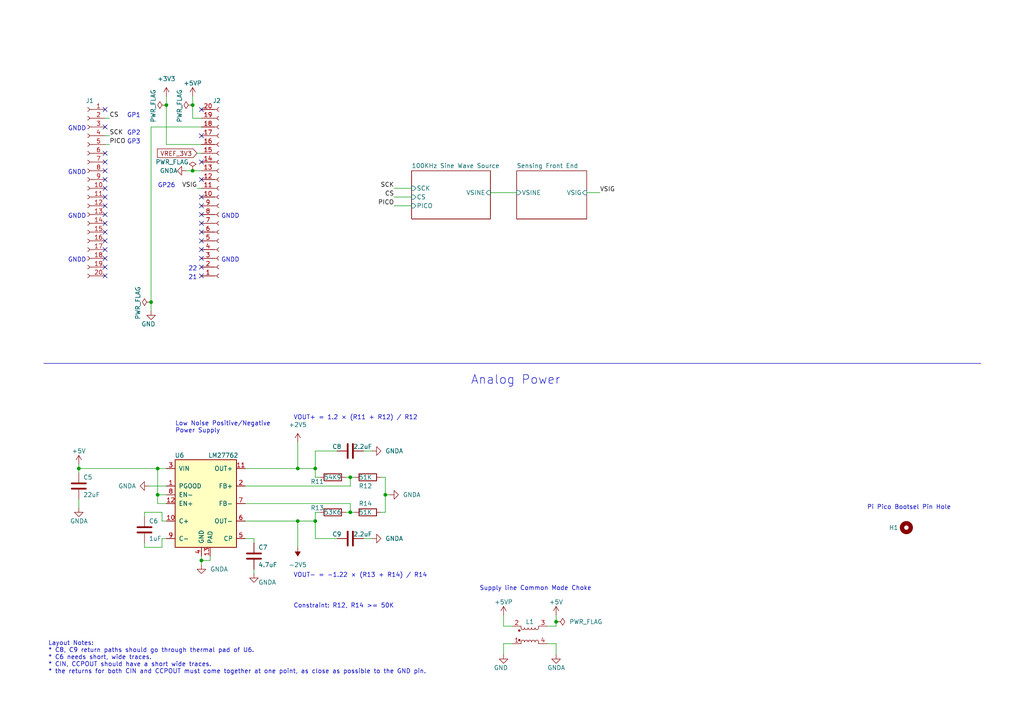
<source format=kicad_sch>
(kicad_sch (version 20230121) (generator eeschema)
  (paper "A4")
  (lib_symbols
    (symbol "Connector:Conn_01x20_Female" (pin_names (offset 1.016) hide)
      (property "Reference" "J" (at 0 25.4 0))
      (property "Value" "Conn_01x20_Female" (at 0 -27.94 0))
      (symbol "Conn_01x20_Female_1_1"
        (arc (start 0 -24.892) (mid -0.5058 -25.4) (end 0 -25.908) (stroke (width 0.1524)))
        (arc (start 0 -22.352) (mid -0.5058 -22.86) (end 0 -23.368) (stroke (width 0.1524)))
        (arc (start 0 -19.812) (mid -0.5058 -20.32) (end 0 -20.828) (stroke (width 0.1524)))
        (arc (start 0 -17.272) (mid -0.5058 -17.78) (end 0 -18.288) (stroke (width 0.1524)))
        (arc (start 0 -14.732) (mid -0.5058 -15.24) (end 0 -15.748) (stroke (width 0.1524)))
        (arc (start 0 -12.192) (mid -0.5058 -12.7) (end 0 -13.208) (stroke (width 0.1524)))
        (arc (start 0 -9.652) (mid -0.5058 -10.16) (end 0 -10.668) (stroke (width 0.1524)))
        (arc (start 0 -7.112) (mid -0.5058 -7.62) (end 0 -8.128) (stroke (width 0.1524)))
        (arc (start 0 -4.572) (mid -0.5058 -5.08) (end 0 -5.588) (stroke (width 0.1524)))
        (arc (start 0 -2.032) (mid -0.5058 -2.54) (end 0 -3.048) (stroke (width 0.1524)))
        (polyline (pts (xy -1.27 -25.4) (xy -0.508 -25.4)) (stroke (width 0.1524)))
        (polyline (pts (xy -1.27 -22.86) (xy -0.508 -22.86)) (stroke (width 0.1524)))
        (polyline (pts (xy -1.27 -20.32) (xy -0.508 -20.32)) (stroke (width 0.1524)))
        (polyline (pts (xy -1.27 -17.78) (xy -0.508 -17.78)) (stroke (width 0.1524)))
        (polyline (pts (xy -1.27 -15.24) (xy -0.508 -15.24)) (stroke (width 0.1524)))
        (polyline (pts (xy -1.27 -12.7) (xy -0.508 -12.7)) (stroke (width 0.1524)))
        (polyline (pts (xy -1.27 -10.16) (xy -0.508 -10.16)) (stroke (width 0.1524)))
        (polyline (pts (xy -1.27 -7.62) (xy -0.508 -7.62)) (stroke (width 0.1524)))
        (polyline (pts (xy -1.27 -5.08) (xy -0.508 -5.08)) (stroke (width 0.1524)))
        (polyline (pts (xy -1.27 -2.54) (xy -0.508 -2.54)) (stroke (width 0.1524)))
        (polyline (pts (xy -1.27 0) (xy -0.508 0)) (stroke (width 0.1524)))
        (polyline (pts (xy -1.27 2.54) (xy -0.508 2.54)) (stroke (width 0.1524)))
        (polyline (pts (xy -1.27 5.08) (xy -0.508 5.08)) (stroke (width 0.1524)))
        (polyline (pts (xy -1.27 7.62) (xy -0.508 7.62)) (stroke (width 0.1524)))
        (polyline (pts (xy -1.27 10.16) (xy -0.508 10.16)) (stroke (width 0.1524)))
        (polyline (pts (xy -1.27 12.7) (xy -0.508 12.7)) (stroke (width 0.1524)))
        (polyline (pts (xy -1.27 15.24) (xy -0.508 15.24)) (stroke (width 0.1524)))
        (polyline (pts (xy -1.27 17.78) (xy -0.508 17.78)) (stroke (width 0.1524)))
        (polyline (pts (xy -1.27 20.32) (xy -0.508 20.32)) (stroke (width 0.1524)))
        (polyline (pts (xy -1.27 22.86) (xy -0.508 22.86)) (stroke (width 0.1524)))
        (arc (start 0 0.508) (mid -0.5058 0) (end 0 -0.508) (stroke (width 0.1524)))
        (arc (start 0 3.048) (mid -0.5058 2.54) (end 0 2.032) (stroke (width 0.1524)))
        (arc (start 0 5.588) (mid -0.5058 5.08) (end 0 4.572) (stroke (width 0.1524)))
        (arc (start 0 8.128) (mid -0.5058 7.62) (end 0 7.112) (stroke (width 0.1524)))
        (arc (start 0 10.668) (mid -0.5058 10.16) (end 0 9.652) (stroke (width 0.1524)))
        (arc (start 0 13.208) (mid -0.5058 12.7) (end 0 12.192) (stroke (width 0.1524)))
        (arc (start 0 15.748) (mid -0.5058 15.24) (end 0 14.732) (stroke (width 0.1524)))
        (arc (start 0 18.288) (mid -0.5058 17.78) (end 0 17.272) (stroke (width 0.1524)))
        (arc (start 0 20.828) (mid -0.5058 20.32) (end 0 19.812) (stroke (width 0.1524)))
        (arc (start 0 23.368) (mid -0.5058 22.86) (end 0 22.352) (stroke (width 0.1524)))
        (pin passive line (at -5.08 22.86 0) (length 3.81) (name "Pin_1") (number "1"))
        (pin passive line (at -5.08 0 0) (length 3.81) (name "Pin_10") (number "10"))
        (pin passive line (at -5.08 -2.54 0) (length 3.81) (name "Pin_11") (number "11"))
        (pin passive line (at -5.08 -5.08 0) (length 3.81) (name "Pin_12") (number "12"))
        (pin passive line (at -5.08 -7.62 0) (length 3.81) (name "Pin_13") (number "13"))
        (pin passive line (at -5.08 -10.16 0) (length 3.81) (name "Pin_14") (number "14"))
        (pin passive line (at -5.08 -12.7 0) (length 3.81) (name "Pin_15") (number "15"))
        (pin passive line (at -5.08 -15.24 0) (length 3.81) (name "Pin_16") (number "16"))
        (pin passive line (at -5.08 -17.78 0) (length 3.81) (name "Pin_17") (number "17"))
        (pin passive line (at -5.08 -20.32 0) (length 3.81) (name "Pin_18") (number "18"))
        (pin passive line (at -5.08 -22.86 0) (length 3.81) (name "Pin_19") (number "19"))
        (pin passive line (at -5.08 20.32 0) (length 3.81) (name "Pin_2") (number "2"))
        (pin passive line (at -5.08 -25.4 0) (length 3.81) (name "Pin_20") (number "20"))
        (pin passive line (at -5.08 17.78 0) (length 3.81) (name "Pin_3") (number "3"))
        (pin passive line (at -5.08 15.24 0) (length 3.81) (name "Pin_4") (number "4"))
        (pin passive line (at -5.08 12.7 0) (length 3.81) (name "Pin_5") (number "5"))
        (pin passive line (at -5.08 10.16 0) (length 3.81) (name "Pin_6") (number "6"))
        (pin passive line (at -5.08 7.62 0) (length 3.81) (name "Pin_7") (number "7"))
        (pin passive line (at -5.08 5.08 0) (length 3.81) (name "Pin_8") (number "8"))
        (pin passive line (at -5.08 2.54 0) (length 3.81) (name "Pin_9") (number "9"))
      )
    )
    (symbol "Device:C" (pin_numbers hide) (pin_names (offset 0.254))
      (property "Reference" "C" (at 0.635 2.54 0))
      (property "Value" "C" (at 0.635 -2.54 0))
      (symbol "C_0_1"
        (polyline (pts (xy -2.032 -0.762) (xy 2.032 -0.762)) (stroke (width 0.508)))
        (polyline (pts (xy -2.032 0.762) (xy 2.032 0.762)) (stroke (width 0.508)))
      )
      (symbol "C_1_1"
        (pin passive line (at 0 3.81 270) (length 2.794) (name "~") (number "1"))
        (pin passive line (at 0 -3.81 90) (length 2.794) (name "~") (number "2"))
      )
    )
    (symbol "Device:L_Coupled_1423" (pin_names (offset 0.254) hide)
      (property "Reference" "L" (at 0 4.445 0))
      (property "Value" "L_Coupled_1423" (at 0 -4.445 0))
      (symbol "L_Coupled_1423_0_1"
        (circle (center -3.048 -1.27) (radius 0.254) (fill (type outline)))
        (circle (center -3.048 1.524) (radius 0.254) (fill (type outline)))
        (arc (start -2.54 2.032) (mid -2.032 1.5262) (end -1.524 2.032))
        (arc (start -1.524 -2.032) (mid -2.032 -1.5262) (end -2.54 -2.032))
        (arc (start -1.524 2.032) (mid -1.016 1.5262) (end -0.508 2.032))
        (arc (start -0.508 -2.032) (mid -1.016 -1.5262) (end -1.524 -2.032))
        (arc (start -0.508 2.032) (mid 0 1.5262) (end 0.508 2.032))
        (polyline (pts (xy -2.54 -2.032) (xy -2.54 -2.54)))
        (polyline (pts (xy -2.54 2.032) (xy -2.54 2.54)))
        (polyline (pts (xy 2.54 -2.032) (xy 2.54 -2.54)))
        (polyline (pts (xy 2.54 2.54) (xy 2.54 2.032)))
        (arc (start 0.508 -2.032) (mid 0 -1.5262) (end -0.508 -2.032))
        (arc (start 0.508 2.032) (mid 1.016 1.5262) (end 1.524 2.032))
        (arc (start 1.524 -2.032) (mid 1.016 -1.5262) (end 0.508 -2.032))
        (arc (start 1.524 2.032) (mid 2.032 1.5262) (end 2.54 2.032))
        (arc (start 2.54 -2.032) (mid 2.032 -1.5262) (end 1.524 -2.032))
      )
      (symbol "L_Coupled_1423_1_1"
        (pin passive line (at -5.08 2.54 0) (length 2.54) (name "1") (number "1"))
        (pin passive line (at -5.08 -2.54 0) (length 2.54) (name "2") (number "2"))
        (pin passive line (at 5.08 -2.54 180) (length 2.54) (name "3") (number "3"))
        (pin passive line (at 5.08 2.54 180) (length 2.54) (name "4") (number "4"))
      )
    )
    (symbol "Device:R" (pin_numbers hide) (pin_names (offset 0))
      (property "Reference" "R" (at 2.032 0 90))
      (property "Value" "R" (at 0 0 90))
      (symbol "R_0_1"
        (rectangle (start -1.016 -2.54) (end 1.016 2.54) (stroke (width 0.254)))
      )
      (symbol "R_1_1"
        (pin passive line (at 0 3.81 270) (length 1.27) (name "~") (number "1"))
        (pin passive line (at 0 -3.81 90) (length 1.27) (name "~") (number "2"))
      )
    )
    (symbol "Mechanical:MountingHole" (pin_names (offset 1.016))
      (property "Reference" "H" (at 0 5.08 0))
      (property "Value" "MountingHole" (at 0 3.175 0))
      (symbol "MountingHole_0_1"
        (circle (center 0 0) (radius 1.27) (stroke (width 1.27)))
      )
    )
    (symbol "Regulator_SwitchedCapacitor:LM27762" (pin_names (offset 1.016))
      (property "Reference" "U" (at -6.604 8.89 0))
      (property "Value" "LM27762" (at 6.096 8.89 0))
      (symbol "LM27762_0_1"
        (rectangle (start -7.62 7.62) (end 10.16 -17.78) (stroke (width 0.254)) (fill (type background)))
      )
      (symbol "LM27762_1_1"
        (pin open_collector line (at -10.16 0 0) (length 2.54) (name "PGOOD") (number "1"))
        (pin passive line (at -10.16 -10.16 0) (length 2.54) (name "C+") (number "10"))
        (pin power_out line (at 12.7 5.08 180) (length 2.54) (name "OUT+") (number "11"))
        (pin input line (at -10.16 -5.08 0) (length 2.54) (name "EN+") (number "12"))
        (pin power_in line (at 2.54 -20.32 90) (length 2.54) (name "PAD") (number "13"))
        (pin input line (at 12.7 0 180) (length 2.54) (name "FB+") (number "2"))
        (pin power_in line (at -10.16 5.08 0) (length 2.54) (name "VIN") (number "3"))
        (pin power_in line (at 0 -20.32 90) (length 2.54) (name "GND") (number "4"))
        (pin passive line (at 12.7 -15.24 180) (length 2.54) (name "CP") (number "5"))
        (pin power_out line (at 12.7 -10.16 180) (length 2.54) (name "OUT-") (number "6"))
        (pin input line (at 12.7 -5.08 180) (length 2.54) (name "FB-") (number "7"))
        (pin input line (at -10.16 -2.54 0) (length 2.54) (name "EN-") (number "8"))
        (pin passive line (at -10.16 -15.24 0) (length 2.54) (name "C-") (number "9"))
      )
    )
    (symbol "power:+2V5" (power) (pin_names (offset 0))
      (property "Value" "+2V5" (at 0 3.556 0))
      (symbol "+2V5_0_1"
        (polyline (pts (xy -0.762 1.27) (xy 0 2.54)))
        (polyline (pts (xy 0 0) (xy 0 2.54)))
        (polyline (pts (xy 0 2.54) (xy 0.762 1.27)))
      )
      (symbol "+2V5_1_1"
        (pin power_in line (at 0 0 90) (length 0) hide (name "+2V5") (number "1"))
      )
    )
    (symbol "power:+3.3V" (power) (pin_names (offset 0))
      (property "Value" "+3.3V" (at 0 3.556 0))
      (symbol "+3.3V_0_1"
        (polyline (pts (xy -0.762 1.27) (xy 0 2.54)))
        (polyline (pts (xy 0 0) (xy 0 2.54)))
        (polyline (pts (xy 0 2.54) (xy 0.762 1.27)))
      )
      (symbol "+3.3V_1_1"
        (pin power_in line (at 0 0 90) (length 0) hide (name "+3V3") (number "1"))
      )
    )
    (symbol "power:+5V" (power) (pin_names (offset 0))
      (property "Value" "+5V" (at 0 3.556 0))
      (symbol "+5V_0_1"
        (polyline (pts (xy -0.762 1.27) (xy 0 2.54)))
        (polyline (pts (xy 0 0) (xy 0 2.54)))
        (polyline (pts (xy 0 2.54) (xy 0.762 1.27)))
      )
      (symbol "+5V_1_1"
        (pin power_in line (at 0 0 90) (length 0) hide (name "+5V") (number "1"))
      )
    )
    (symbol "power:+5VP" (power) (pin_names (offset 0))
      (property "Value" "+5VP" (at 0 3.556 0))
      (symbol "+5VP_0_1"
        (polyline (pts (xy -0.762 1.27) (xy 0 2.54)))
        (polyline (pts (xy 0 0) (xy 0 2.54)))
        (polyline (pts (xy 0 2.54) (xy 0.762 1.27)))
      )
      (symbol "+5VP_1_1"
        (pin power_in line (at 0 0 90) (length 0) hide (name "+5VP") (number "1"))
      )
    )
    (symbol "power:-2V5" (power) (pin_names (offset 0))
      (property "Value" "-2V5" (at 0 3.81 0))
      (symbol "-2V5_0_0"
        (pin power_in line (at 0 0 90) (length 0) hide (name "-2V5") (number "1"))
      )
      (symbol "-2V5_0_1"
        (polyline (pts (xy 0 0) (xy 0 1.27) (xy 0.762 1.27) (xy 0 2.54) (xy -0.762 1.27) (xy 0 1.27)) (fill (type outline)))
      )
    )
    (symbol "power:GND" (power) (pin_names (offset 0))
      (property "Value" "GND" (at 0 -3.81 0))
      (symbol "GND_0_1"
        (polyline (pts (xy 0 0) (xy 0 -1.27) (xy 1.27 -1.27) (xy 0 -2.54) (xy -1.27 -1.27) (xy 0 -1.27)))
      )
      (symbol "GND_1_1"
        (pin power_in line (at 0 0 270) (length 0) hide (name "GND") (number "1"))
      )
    )
    (symbol "power:GNDA" (power) (pin_names (offset 0))
      (property "Value" "GNDA" (at 0 -3.81 0))
      (symbol "GNDA_0_1"
        (polyline (pts (xy 0 0) (xy 0 -1.27) (xy 1.27 -1.27) (xy 0 -2.54) (xy -1.27 -1.27) (xy 0 -1.27)))
      )
      (symbol "GNDA_1_1"
        (pin power_in line (at 0 0 270) (length 0) hide (name "GNDA") (number "1"))
      )
    )
    (symbol "power:PWR_FLAG" (power) (pin_numbers hide) (pin_names (offset 0) hide)
      (property "Value" "PWR_FLAG" (at 0 3.81 0))
      (symbol "PWR_FLAG_0_0"
        (pin power_out line (at 0 0 90) (length 0) (name "pwr") (number "1"))
      )
      (symbol "PWR_FLAG_0_1"
        (polyline (pts (xy 0 0) (xy 0 1.27) (xy -1.016 1.905) (xy 0 2.54) (xy 1.016 1.905) (xy 0 1.27)))
      )
    )
  )
  (junction (at 43.815 87.63))
  (junction (at 58.42 162.56))
  (junction (at 101.6 148.59))
  (junction (at 45.72 135.89))
  (junction (at 48.26 30.48))
  (junction (at 91.44 135.89))
  (junction (at 55.88 49.53))
  (junction (at 161.29 180.34))
  (junction (at 86.36 135.89))
  (junction (at 111.76 143.51))
  (junction (at 55.88 30.48))
  (junction (at 22.86 135.89))
  (junction (at 101.6 138.43))
  (junction (at 45.72 143.51))
  (junction (at 91.44 151.13))
  (junction (at 86.36 151.13))
  (no_connect (at 58.42 74.93))
  (no_connect (at 30.48 74.93))
  (no_connect (at 30.48 49.53))
  (no_connect (at 30.48 62.23))
  (no_connect (at 30.48 36.83))
  (no_connect (at 58.42 69.85))
  (no_connect (at 58.42 67.31))
  (no_connect (at 58.42 59.69))
  (no_connect (at 58.42 64.77))
  (no_connect (at 30.48 59.69))
  (no_connect (at 30.48 69.85))
  (no_connect (at 30.48 67.31))
  (no_connect (at 30.48 64.77))
  (no_connect (at 58.42 80.01))
  (no_connect (at 58.42 72.39))
  (no_connect (at 58.42 77.47))
  (no_connect (at 30.48 72.39))
  (no_connect (at 30.48 80.01))
  (no_connect (at 30.48 77.47))
  (no_connect (at 58.42 57.15))
  (no_connect (at 58.42 52.07))
  (no_connect (at 58.42 31.75))
  (no_connect (at 58.42 46.99))
  (no_connect (at 58.42 39.37))
  (no_connect (at 30.48 31.75))
  (no_connect (at 30.48 57.15))
  (no_connect (at 30.48 44.45))
  (no_connect (at 30.48 46.99))
  (no_connect (at 30.48 52.07))
  (no_connect (at 30.48 54.61))
  (no_connect (at 58.42 62.23))
  (wire (pts (xy 22.86 135.89) (xy 45.72 135.89)))
  (wire (pts (xy 100.33 148.59) (xy 101.6 148.59)))
  (wire (pts (xy 91.44 138.43) (xy 92.71 138.43)))
  (wire (pts (xy 73.66 156.21) (xy 73.66 157.48)))
  (wire (pts (xy 41.91 149.86) (xy 41.91 148.59)))
  (wire (pts (xy 41.91 148.59) (xy 46.99 148.59)))
  (wire (pts (xy 114.3 57.15) (xy 119.38 57.15)))
  (wire (pts (xy 101.6 138.43) (xy 100.33 138.43)))
  (wire (pts (xy 86.36 151.13) (xy 86.36 158.75)))
  (wire (pts (xy 45.72 143.51) (xy 48.26 143.51)))
  (wire (pts (xy 57.15 54.61) (xy 58.42 54.61)))
  (wire (pts (xy 55.88 27.94) (xy 55.88 30.48)))
  (wire (pts (xy 161.29 178.435) (xy 161.29 180.34)))
  (wire (pts (xy 45.72 135.89) (xy 48.26 135.89)))
  (wire (pts (xy 111.76 143.51) (xy 113.03 143.51)))
  (wire (pts (xy 46.99 151.13) (xy 48.26 151.13)))
  (wire (pts (xy 48.26 27.94) (xy 48.26 30.48)))
  (wire (pts (xy 43.815 36.83) (xy 43.815 87.63)))
  (wire (pts (xy 107.95 130.81) (xy 105.41 130.81)))
  (wire (pts (xy 91.44 148.59) (xy 91.44 151.13)))
  (wire (pts (xy 58.42 162.56) (xy 58.42 163.83)))
  (wire (pts (xy 71.12 135.89) (xy 86.36 135.89)))
  (wire (pts (xy 142.24 55.88) (xy 149.86 55.88)))
  (wire (pts (xy 114.3 59.69) (xy 119.38 59.69)))
  (wire (pts (xy 43.815 87.63) (xy 43.815 90.17)))
  (wire (pts (xy 146.05 186.69) (xy 148.59 186.69)))
  (wire (pts (xy 91.44 148.59) (xy 92.71 148.59)))
  (wire (pts (xy 57.15 44.45) (xy 58.42 44.45)))
  (wire (pts (xy 86.36 135.89) (xy 91.44 135.89)))
  (wire (pts (xy 111.76 148.59) (xy 110.49 148.59)))
  (wire (pts (xy 111.76 138.43) (xy 111.76 143.51)))
  (wire (pts (xy 45.72 143.51) (xy 45.72 135.89)))
  (wire (pts (xy 170.18 55.88) (xy 173.99 55.88)))
  (wire (pts (xy 71.12 156.21) (xy 73.66 156.21)))
  (wire (pts (xy 161.29 186.69) (xy 161.29 189.865)))
  (wire (pts (xy 71.12 140.97) (xy 101.6 140.97)))
  (wire (pts (xy 45.72 146.05) (xy 45.72 143.51)))
  (wire (pts (xy 60.96 162.56) (xy 58.42 162.56)))
  (wire (pts (xy 48.26 156.21) (xy 46.99 156.21)))
  (wire (pts (xy 43.815 36.83) (xy 58.42 36.83)))
  (wire (pts (xy 86.36 151.13) (xy 91.44 151.13)))
  (wire (pts (xy 73.66 165.1) (xy 73.66 166.37)))
  (wire (pts (xy 101.6 148.59) (xy 101.6 146.05)))
  (wire (pts (xy 46.99 156.21) (xy 46.99 158.75)))
  (wire (pts (xy 22.86 144.78) (xy 22.86 147.32)))
  (wire (pts (xy 91.44 130.81) (xy 91.44 135.89)))
  (wire (pts (xy 101.6 138.43) (xy 102.87 138.43)))
  (wire (pts (xy 146.05 186.69) (xy 146.05 189.865)))
  (wire (pts (xy 71.12 146.05) (xy 101.6 146.05)))
  (wire (pts (xy 158.75 186.69) (xy 161.29 186.69)))
  (wire (pts (xy 55.88 49.53) (xy 58.42 49.53)))
  (wire (pts (xy 58.42 34.29) (xy 55.88 34.29)))
  (wire (pts (xy 46.99 158.75) (xy 41.91 158.75)))
  (polyline (pts (xy 12.7 105.41) (xy 284.48 105.41)))
  (wire (pts (xy 91.44 135.89) (xy 91.44 138.43)))
  (wire (pts (xy 30.48 39.37) (xy 31.75 39.37)))
  (wire (pts (xy 30.48 41.91) (xy 31.75 41.91)))
  (wire (pts (xy 58.42 161.29) (xy 58.42 162.56)))
  (wire (pts (xy 91.44 156.21) (xy 91.44 151.13)))
  (wire (pts (xy 22.86 135.89) (xy 22.86 137.16)))
  (wire (pts (xy 48.26 146.05) (xy 45.72 146.05)))
  (wire (pts (xy 161.29 180.34) (xy 161.29 181.61)))
  (wire (pts (xy 101.6 148.59) (xy 102.87 148.59)))
  (wire (pts (xy 146.05 178.435) (xy 146.05 181.61)))
  (wire (pts (xy 111.76 143.51) (xy 111.76 148.59)))
  (wire (pts (xy 105.41 156.21) (xy 107.95 156.21)))
  (wire (pts (xy 41.91 158.75) (xy 41.91 157.48)))
  (wire (pts (xy 86.36 128.27) (xy 86.36 135.89)))
  (wire (pts (xy 53.975 49.53) (xy 55.88 49.53)))
  (wire (pts (xy 114.3 54.61) (xy 119.38 54.61)))
  (wire (pts (xy 55.88 30.48) (xy 55.88 34.29)))
  (wire (pts (xy 97.79 130.81) (xy 91.44 130.81)))
  (wire (pts (xy 101.6 140.97) (xy 101.6 138.43)))
  (wire (pts (xy 97.79 156.21) (xy 91.44 156.21)))
  (wire (pts (xy 146.05 181.61) (xy 148.59 181.61)))
  (wire (pts (xy 60.96 161.29) (xy 60.96 162.56)))
  (wire (pts (xy 43.18 140.97) (xy 48.26 140.97)))
  (wire (pts (xy 48.26 30.48) (xy 48.26 41.91)))
  (wire (pts (xy 111.76 138.43) (xy 110.49 138.43)))
  (wire (pts (xy 71.12 151.13) (xy 86.36 151.13)))
  (wire (pts (xy 22.86 134.62) (xy 22.86 135.89)))
  (wire (pts (xy 46.99 148.59) (xy 46.99 151.13)))
  (wire (pts (xy 158.75 181.61) (xy 161.29 181.61)))
  (wire (pts (xy 30.48 34.29) (xy 31.75 34.29)))
  (wire (pts (xy 48.26 41.91) (xy 58.42 41.91)))
  (text "GP1" (at 36.83 34.29 0) (effects (font (size 1.27 1.27)) (justify left bottom)))
  (text "GP26" (at 45.72 54.61 0) (effects (font (size 1.27 1.27)) (justify left bottom)))
  (text "GNDD" (at 19.685 38.1 0) (effects (font (size 1.27 1.27)) (justify left bottom)))
  (text "GNDD" (at 19.685 76.2 0) (effects (font (size 1.27 1.27)) (justify left bottom)))
  (text "21" (at 54.61 81.28 0) (effects (font (size 1.27 1.27)) (justify left bottom)))
  (text "GP2" (at 36.83 39.37 0) (effects (font (size 1.27 1.27)) (justify left bottom)))
  (text "GNDD" (at 64.135 76.2 0) (effects (font (size 1.27 1.27)) (justify left bottom)))
  (text "GNDD" (at 64.135 63.5 0) (effects (font (size 1.27 1.27)) (justify left bottom)))
  (text "Layout Notes:\n* C8, C9 return paths should go through thermal pad of U6.\n* C6 needs short, wide traces.\n* CIN, CCPOUT should have a short wide traces.\n* the returns for both CIN and CCPOUT must come together at one point, as close as possible to the GND pin." (at 13.97 195.58 0) (effects (font (size 1.27 1.27)) (justify left bottom)))
  (text "GP3" (at 36.83 41.91 0) (effects (font (size 1.27 1.27)) (justify left bottom)))
  (text "Constraint: R12, R14 >= 50K" (at 85.09 176.53 0) (effects (font (size 1.27 1.27)) (justify left bottom)))
  (text "GNDD" (at 19.685 50.8 0) (effects (font (size 1.27 1.27)) (justify left bottom)))
  (text "Low Noise Positive/Negative \nPower Supply" (at 50.8 125.73 0) (effects (font (size 1.27 1.27)) (justify left bottom)))
  (text "Supply line Common Mode Choke" (at 139.065 171.45 0) (effects (font (size 1.27 1.27)) (justify left bottom)))
  (text "Pi Pico Bootsel Pin Hole" (at 251.46 147.955 0) (effects (font (size 1.27 1.27)) (justify left bottom)))
  (text "Analog Power" (at 136.525 111.76 0) (effects (font (size 2.54 2.54)) (justify left bottom)))
  (text "VOUT- = -1.22 × (R13 + R14) / R14" (at 85.09 167.64 0) (effects (font (size 1.27 1.27)) (justify left bottom)))
  (text "VOUT+ = 1.2 × (R11 + R12) / R12" (at 85.09 121.92 0) (effects (font (size 1.27 1.27)) (justify left bottom)))
  (text "GNDD" (at 19.685 63.5 0) (effects (font (size 1.27 1.27)) (justify left bottom)))
  (text "22" (at 54.61 78.74 0) (effects (font (size 1.27 1.27)) (justify left bottom)))
  (label "VSIG" (at 173.99 55.88 0))
  (label "SCK" (at 114.3 54.61 180))
  (label "PICO" (at 31.75 41.91 0))
  (label "CS" (at 114.3 57.15 180))
  (label "CS" (at 31.75 34.29 0))
  (label "SCK" (at 31.75 39.37 0))
  (label "VSIG" (at 57.15 54.61 180))
  (label "PICO" (at 114.3 59.69 180))
  (global_label "VREF_3V3" (shape input) (at 57.15 44.45 180) (property "Intersheetrefs" "${INTERSHEET_REFS}" (effects hide)))
  (symbol (lib_id "power:GNDA") (at 107.95 156.21 90) (unit 1)
    (property "Reference" "#PWR0118" (effects hide))
    (property "Value" "GNDA" (at 111.76 156.21 90) (effects (justify right)))
  )
  (symbol (lib_id "Device:R") (at 96.52 138.43 90) (unit 1)
    (property "Reference" "R11" (at 93.98 139.7 90) (effects (justify left)))
    (property "Value" "54K9" (at 99.06 138.43 90) (effects (justify left)))
    (property "Footprint" "Resistor_SMD:R_0603_1608Metric_Pad0.98x0.95mm_HandSolder" (effects hide))
    (property "Datasheet" "https://www.yageo.com/upload/media/product/productsearch/datasheet/rchip/PYu-RC_Group_51_RoHS_L_12.pdf" (effects hide))
    (property "Link" "https://www.digikey.com/en/products/detail/yageo/RC0603FR-0754K9L/727298" (effects hide))
    (property "Manufacturer" "Yageo" (effects hide))
    (property "Manufacturer Number" "RC0603FR-0754K9L" (effects hide))
    (property "Tolerance" "1%" (effects hide))
  )
  (symbol (lib_id "Device:C") (at 41.91 153.67 0) (unit 1)
    (property "Reference" "C6" (at 43.18 151.13 0) (effects (justify left)))
    (property "Value" "1uF" (at 43.18 156.21 0) (effects (justify left)))
    (property "Footprint" "Capacitor_SMD:C_0402_1005Metric_Pad0.74x0.62mm_HandSolder" (effects hide))
    (property "Datasheet" "https://search.murata.co.jp/Ceramy/image/img/A01X/G101/ENG/GRM155R6YA105KE11-01.pdf" (effects hide))
    (property "Notes" "must not be polarized" (effects hide))
    (property "Link" "https://www.digikey.com/en/products/detail/murata-electronics/GRM155R6YA105KE11J/4905163" (effects hide))
    (property "Manufacturer Number" "GRM155R6YA105KE11J" (effects hide))
    (property "Manufacturer" "Murata Electronics" (effects hide))
    (property "Rated Voltage" "35V" (effects hide))
    (property "Temperature Coefficient" "X5R" (effects hide))
  )
  (symbol (lib_id "power:GND") (at 146.05 189.865 0) (unit 1)
    (property "Reference" "#PWR013" (effects hide))
    (property "Value" "GND" (at 147.32 193.675 0) (effects (justify right)))
  )
  (symbol (lib_id "power:PWR_FLAG") (at 43.815 87.63 90) (unit 1)
    (property "Reference" "#FLG0103" (effects hide))
    (property "Value" "PWR_FLAG" (at 40.005 92.71 0) (effects (justify left)))
  )
  (symbol (lib_id "power:GND") (at 43.815 90.17 0) (unit 1)
    (property "Reference" "#PWR0134" (effects hide))
    (property "Value" "GND" (at 45.085 93.98 0) (effects (justify right)))
  )
  (symbol (lib_id "Device:R") (at 106.68 138.43 90) (unit 1)
    (property "Reference" "R12" (at 107.95 140.97 90) (effects (justify left)))
    (property "Value" "51K" (at 107.95 138.43 90) (effects (justify left)))
    (property "Footprint" "Resistor_SMD:R_0603_1608Metric_Pad0.98x0.95mm_HandSolder" (effects hide))
    (property "Datasheet" "https://api.pim.na.industrial.panasonic.com/file_stream/main/fileversion/4484" (effects hide))
    (property "Link" "https://www.digikey.com/en/products/detail/panasonic-electronic-components/ERJ-UP3F5102V/12139404" (effects hide))
    (property "Manufacturer" "Panasonic Electronic Components" (effects hide))
    (property "Manufacturer Number" "ERJ-UP3F5102V" (effects hide))
    (property "Tolerance" "1%" (effects hide))
  )
  (symbol (lib_id "power:PWR_FLAG") (at 48.26 30.48 90) (unit 1)
    (property "Reference" "#FLG0102" (effects hide))
    (property "Value" "PWR_FLAG" (at 44.45 35.56 0) (effects (justify left)))
  )
  (symbol (lib_id "Mechanical:MountingHole") (at 262.89 153.035 0) (unit 1)
    (property "Reference" "H1" (at 257.81 153.035 0) (effects (justify left)))
    (property "Value" "MountingHole" (effects hide))
    (property "Footprint" "MountingHole:MountingHole_2.2mm_M2_DIN965" (effects hide))
    (property "Datasheet" "n/a" (effects hide))
    (property "Link" "n/a" (effects hide))
    (property "Manufacturer" "n/a" (effects hide))
    (property "Manufacturer Number" "n/a" (effects hide))
  )
  (symbol (lib_id "Regulator_SwitchedCapacitor:LM27762") (at 58.42 140.97 0) (unit 1)
    (property "Reference" "U6" (at 52.07 132.08 0))
    (property "Value" "LM27762" (at 64.77 132.08 0))
    (property "Footprint" "Package_SON:WSON-12-1EP_3x2mm_P0.5mm_EP1x2.65_ThermalVias" (effects hide))
    (property "Datasheet" "http://www.ti.com/lit/ds/symlink/lm27762.pdf" (effects hide))
    (property "Link" "https://www.digikey.com/en/products/detail/texas-instruments/LM27762DSST/6234952" (effects hide))
    (property "Manufacturer" "Texas Instruments" (effects hide))
    (property "Manufacturer Number" "LM27762DSST" (effects hide))
  )
  (symbol (lib_id "power:PWR_FLAG") (at 55.88 49.53 0) (unit 1)
    (property "Reference" "#FLG02" (effects hide))
    (property "Value" "PWR_FLAG" (at 45.085 46.99 0) (effects (justify left)))
  )
  (symbol (lib_id "power:-2V5") (at 86.36 158.75 180) (unit 1)
    (property "Reference" "#PWR0102" (effects hide))
    (property "Value" "-2V5" (at 86.36 163.83 0))
  )
  (symbol (lib_id "power:+5VP") (at 55.88 27.94 0) (unit 1)
    (property "Reference" "#PWR016" (effects hide))
    (property "Value" "+5VP" (at 55.88 24.13 0))
  )
  (symbol (lib_id "Device:L_Coupled_1423") (at 153.67 184.15 0) (mirror x) (unit 1)
    (property "Reference" "L1" (at 153.67 180.34 0))
    (property "Value" "L_Coupled_1423" (effects hide))
    (property "Footprint" "kicad_component_library:L_CommonModeChoke_TDKCorporation_1210" (effects hide))
    (property "Datasheet" "https://product.tdk.com/en/system/files?file=dam/doc/product/emc/emc/cmf_cmc/catalog/cmf_commercial_power_acp3225_en.pdf" (effects hide))
    (property "Link" "https://www.digikey.ca/en/products/detail/tdk-corporation/ACP3225-102-2P-T000/3024970" (effects hide))
    (property "Manufacturer" "TDK Corporation" (effects hide))
    (property "Manufacturer Number" "ACP3225-102-2P-T000" (effects hide))
  )
  (symbol (lib_id "power:PWR_FLAG") (at 161.29 180.34 270) (unit 1)
    (property "Reference" "#FLG01" (effects hide))
    (property "Value" "PWR_FLAG" (at 165.1 180.34 90) (effects (justify left)))
  )
  (symbol (lib_id "Device:C") (at 22.86 140.97 0) (unit 1)
    (property "Reference" "C5" (at 24.13 138.43 0) (effects (justify left)))
    (property "Value" "22uF" (at 24.13 143.51 0) (effects (justify left)))
    (property "Footprint" "Capacitor_SMD:C_0805_2012Metric" (effects hide))
    (property "Datasheet" "https://media.digikey.com/pdf/Data%20Sheets/Samsung%20PDFs/CL21A226KPCLRNC_Spec.pdf" (effects hide))
    (property "Link" "https://www.digikey.com/en/products/detail/samsung-electro-mechanics/CL21A226KPCLRNC/5961270" (effects hide))
    (property "Manufacturer Number" "CL21A226KPCLRNC" (effects hide))
    (property "Temperature Coefficient" "X5R" (effects hide))
    (property "Rated Voltage" "10V" (effects hide))
    (property "Manufacturer" "Samsung Electro-Mechanics" (effects hide))
  )
  (symbol (lib_id "power:+3.3V") (at 48.26 27.94 0) (unit 1)
    (property "Reference" "#PWR03" (effects hide))
    (property "Value" "+3.3V" (at 48.26 22.86 0))
  )
  (symbol (lib_id "power:+5V") (at 161.29 178.435 0) (mirror y) (unit 1)
    (property "Reference" "#PWR014" (effects hide))
    (property "Value" "+5V" (at 161.29 174.625 0))
  )
  (symbol (lib_id "Device:C") (at 101.6 156.21 90) (unit 1)
    (property "Reference" "C9" (at 99.06 154.94 90) (effects (justify left)))
    (property "Value" "2.2uF" (at 107.95 154.94 90) (effects (justify left)))
    (property "Footprint" "Capacitor_SMD:C_0603_1608Metric_Pad1.08x0.95mm_HandSolder" (effects hide))
    (property "Datasheet" "https://search.murata.co.jp/Ceramy/image/img/A01X/G101/ENG/GRM188C71E225KE11-01.pdf" (effects hide))
    (property "Link" "https://www.digikey.com/en/products/detail/murata-electronics/GRM188C71E225KE11D/5797701" (effects hide))
    (property "Manufacturer" "Murata Electronics" (effects hide))
    (property "Manufacturer Number" "GRM188C71E225KE11D" (effects hide))
    (property "Rated Voltage" "25V" (effects hide))
    (property "Temperature Coefficient" "X7S" (effects hide))
  )
  (symbol (lib_id "Connector:Conn_01x20_Female") (at 25.4 54.61 0) (mirror y) (unit 1)
    (property "Reference" "J1" (at 26.035 29.21 0))
    (property "Value" "Conn_01x20_Female" (effects hide))
    (property "Footprint" "Connector_PinHeader_2.54mm:PinHeader_1x20_P2.54mm_Vertical" (effects hide))
  )
  (symbol (lib_id "power:GNDA") (at 161.29 189.865 0) (unit 1)
    (property "Reference" "#PWR015" (effects hide))
    (property "Value" "GNDA" (at 158.75 193.675 0) (effects (justify left)))
  )
  (symbol (lib_id "power:GNDA") (at 43.18 140.97 270) (unit 1)
    (property "Reference" "#PWR02" (effects hide))
    (property "Value" "GNDA" (at 34.29 140.97 90) (effects (justify left)))
  )
  (symbol (lib_id "power:+5V") (at 22.86 134.62 0) (unit 1)
    (property "Reference" "#PWR0105" (effects hide))
    (property "Value" "+5V" (at 22.86 130.81 0))
  )
  (symbol (lib_id "power:+2V5") (at 86.36 128.27 0) (unit 1)
    (property "Reference" "#PWR0106" (effects hide))
    (property "Value" "+2V5" (at 86.36 123.19 0))
  )
  (symbol (lib_id "power:+5VP") (at 146.05 178.435 0) (unit 1)
    (property "Reference" "#PWR01" (effects hide))
    (property "Value" "+5VP" (at 146.05 174.625 0))
  )
  (symbol (lib_id "Device:C") (at 73.66 161.29 0) (unit 1)
    (property "Reference" "C7" (at 74.93 158.75 0) (effects (justify left)))
    (property "Value" "4.7uF" (at 74.93 163.83 0) (effects (justify left)))
    (property "Footprint" "Capacitor_SMD:C_0603_1608Metric_Pad1.08x0.95mm_HandSolder" (effects hide))
    (property "Datasheet" "https://media.digikey.com/pdf/Data%20Sheets/Samsung%20PDFs/CL10A475MA8NQNC_Spec.pdf" (effects hide))
    (property "Link" "https://www.digikey.com/en/products/detail/samsung-electro-mechanics/CL10A475MA8NQNC/3887561" (effects hide))
    (property "Manufacturer" "Samsung Electro-Mechanics" (effects hide))
    (property "Manufacturer Number" "CL10A475MA8NQNC" (effects hide))
    (property "Rated Voltage" "25V" (effects hide))
    (property "Temperature Coefficient" "X5R" (effects hide))
    (property "Tolerance" "20%" (effects hide))
  )
  (symbol (lib_id "Device:R") (at 106.68 148.59 90) (unit 1)
    (property "Reference" "R14" (at 107.95 146.05 90) (effects (justify left)))
    (property "Value" "51K" (at 107.95 148.59 90) (effects (justify left)))
    (property "Footprint" "Resistor_SMD:R_0603_1608Metric_Pad0.98x0.95mm_HandSolder" (effects hide))
    (property "Datasheet" "https://api.pim.na.industrial.panasonic.com/file_stream/main/fileversion/4484" (effects hide))
    (property "Link" "https://www.digikey.com/en/products/detail/panasonic-electronic-components/ERJ-UP3F5102V/12139404" (effects hide))
    (property "Manufacturer" "Panasonic Electronic Components" (effects hide))
    (property "Manufacturer Number" "ERJ-UP3F5102V" (effects hide))
    (property "Tolerance" "1%" (effects hide))
  )
  (symbol (lib_id "power:GNDA") (at 58.42 163.83 0) (unit 1)
    (property "Reference" "#PWR0124" (effects hide))
    (property "Value" "GNDA" (at 60.96 165.0999 0) (effects (justify left)))
  )
  (symbol (lib_id "Connector:Conn_01x20_Female") (at 63.5 57.15 0) (mirror x) (unit 1)
    (property "Reference" "J2" (at 62.865 29.21 0))
    (property "Value" "Conn_01x20_Female" (effects hide))
    (property "Footprint" "Connector_PinHeader_2.54mm:PinHeader_1x20_P2.54mm_Vertical" (effects hide))
  )
  (symbol (lib_id "Device:C") (at 101.6 130.81 90) (unit 1)
    (property "Reference" "C8" (at 99.06 129.54 90) (effects (justify left)))
    (property "Value" "2.2uF" (at 107.95 129.54 90) (effects (justify left)))
    (property "Footprint" "Capacitor_SMD:C_0603_1608Metric_Pad1.08x0.95mm_HandSolder" (effects hide))
    (property "Datasheet" "https://search.murata.co.jp/Ceramy/image/img/A01X/G101/ENG/GRM188C71E225KE11-01.pdf" (effects hide))
    (property "Link" "https://www.digikey.com/en/products/detail/murata-electronics/GRM188C71E225KE11D/5797701" (effects hide))
    (property "Manufacturer" "Murata Electronics" (effects hide))
    (property "Manufacturer Number" "GRM188C71E225KE11D" (effects hide))
    (property "Rated Voltage" "25V" (effects hide))
    (property "Temperature Coefficient" "X7S" (effects hide))
  )
  (symbol (lib_id "power:GNDA") (at 73.66 166.37 0) (unit 1)
    (property "Reference" "#PWR0127" (effects hide))
    (property "Value" "GNDA" (at 74.93 168.91 0) (effects (justify left)))
  )
  (symbol (lib_id "power:GNDA") (at 22.86 147.32 0) (unit 1)
    (property "Reference" "#PWR033" (effects hide))
    (property "Value" "GNDA" (at 20.32 151.13 0) (effects (justify left)))
  )
  (symbol (lib_id "power:GNDA") (at 107.95 130.81 90) (unit 1)
    (property "Reference" "#PWR0119" (effects hide))
    (property "Value" "GNDA" (at 111.76 130.81 90) (effects (justify right)))
  )
  (symbol (lib_id "power:GNDA") (at 113.03 143.51 90) (unit 1)
    (property "Reference" "#PWR0128" (effects hide))
    (property "Value" "GNDA" (at 116.84 143.51 90) (effects (justify right)))
  )
  (symbol (lib_id "power:GNDA") (at 53.975 49.53 270) (unit 1)
    (property "Reference" "#PWR022" (effects hide))
    (property "Value" "GNDA" (at 46.355 49.53 90) (effects (justify left)))
  )
  (symbol (lib_id "power:PWR_FLAG") (at 55.88 30.48 90) (unit 1)
    (property "Reference" "#FLG0101" (effects hide))
    (property "Value" "PWR_FLAG" (at 52.07 35.56 0) (effects (justify left)))
  )
  (symbol (lib_id "Device:R") (at 96.52 148.59 90) (unit 1)
    (property "Reference" "R13" (at 93.98 147.32 90) (effects (justify left)))
    (property "Value" "53K6" (at 99.06 148.59 90) (effects (justify left)))
    (property "Footprint" "Resistor_SMD:R_0603_1608Metric_Pad0.98x0.95mm_HandSolder" (effects hide))
    (property "Datasheet" "https://www.yageo.com/upload/media/product/productsearch/datasheet/rchip/PYu-RC_Group_51_RoHS_L_12.pdf" (effects hide))
    (property "Link" "https://www.digikey.com/en/products/detail/yageo/RC0603FR-0753K6L/727294" (effects hide))
    (property "Manufacturer" "Yageo" (effects hide))
    (property "Manufacturer Number" "RC0603FR-0753K6L" (effects hide))
    (property "Tolerance" "1%" (effects hide))
  )
  (sheet (at 119.38 49.53) (size 22.86 13.97) (stroke (width 0.1524))
    (property "Sheetname" "100KHz Sine Wave Source" (at 119.38 48.8184 0) (effects (justify left bottom)))
    (property "Sheetfile" "sine_wave_source.kicad_sch" (effects hide))
    (pin "SCK" input (at 119.38 54.61 180))
    (pin "CS" input (at 119.38 57.15 180))
    (pin "PICO" input (at 119.38 59.69 180))
    (pin "VSINE" input (at 142.24 55.88 0))
  )
  (sheet (at 149.86 49.53) (size 20.32 13.97) (stroke (width 0.1524))
    (property "Sheetname" "Sensing Front End" (at 149.86 48.8184 0) (effects (justify left bottom)))
    (property "Sheetfile" "sensing_front_end.kicad_sch" (effects hide))
    (pin "VSINE" input (at 149.86 55.88 180))
    (pin "VSIG" input (at 170.18 55.88 0))
  )
)
</source>
